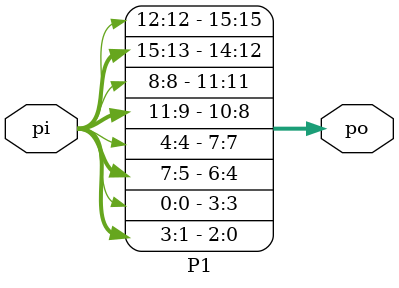
<source format=v>
module P1 (/*AUTOARG*/
   // Outputs
   po,
   // Inputs
   pi
   ) ;
   output [15:0] po;
   input  [15:0] pi;

   assign po[3:0] = {pi[0],pi[3:1]};
   assign po[7:4] = {pi[4],pi[7:5]};
   assign po[11:8] = {pi[8],pi[11:9]};
   assign po[15:12] = {pi[12],pi[15:13]};
   
endmodule // P1

</source>
